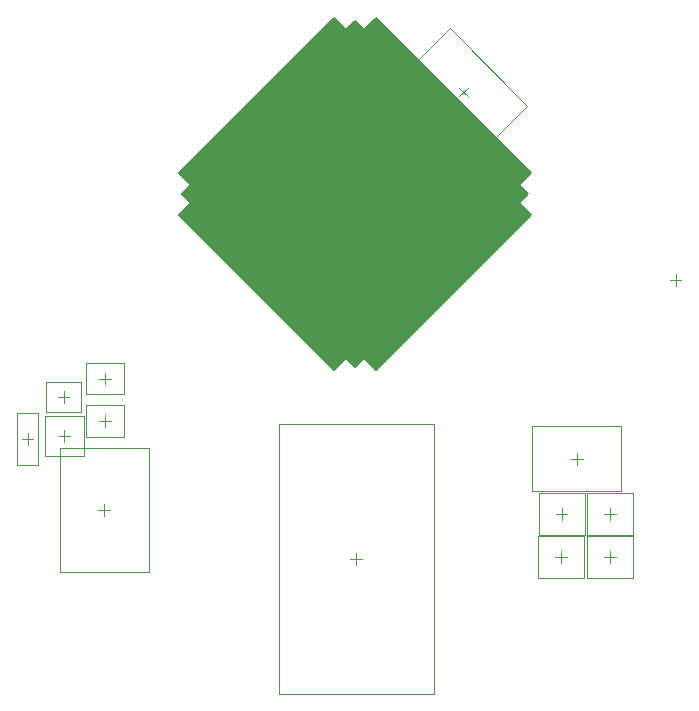
<source format=gbr>
%FSDAX24Y24*%
%MOIN*%
%SFA1B1*%

%IPPOS*%
%ADD27C,0.010000*%
%ADD29C,0.020000*%
%ADD45C,0.040000*%
%ADD60C,0.006000*%
%ADD63C,0.003900*%
%ADD68C,0.002000*%
%ADD70C,0.005000*%
%ADD71C,0.080000*%
%ADD72C,0.160000*%
%ADD73C,0.320000*%
%LNde-020717_mechanical_15-1*%
%LPD*%
G54D60*
X018477Y017068D02*
X018782Y017373D01*
X018477Y017068D02*
X018882Y016663D01*
X013727Y011509D02*
X018882Y016663D01*
X013322Y011913D02*
X013727Y011509D01*
X013017Y011608D02*
X013322Y011913D01*
X012712D02*
X013017Y011608D01*
X012307Y011509D02*
X012712Y011913D01*
X007153Y016663D02*
X012307Y011509D01*
X007153Y016663D02*
X007558Y017068D01*
X007252Y017373D02*
X007558Y017068D01*
X007252Y017373D02*
X007558Y017678D01*
X007153Y018083D02*
X007558Y017678D01*
X007153Y018083D02*
X012307Y023238D01*
X012712Y022833*
X013017Y023138*
X013322Y022833*
X013727Y023238*
X018882Y018083*
X018477Y017678D02*
X018882Y018083D01*
X018477Y017678D02*
X018782Y017373D01*
G54D63*
X016489Y020908D02*
X016767Y020629D01*
X016489D02*
X016767Y020908D01*
X013345Y017300D02*
X013738D01*
X013541Y017103D02*
Y017497D01*
X012459Y015824D02*
Y018776D01*
X014624Y015824D02*
Y018776D01*
X012459Y015824D02*
X014624D01*
X012459Y018776D02*
X014624D01*
X020405Y008353D02*
Y008747D01*
X020208Y008550D02*
X020602D01*
X018929Y009633D02*
X021881D01*
X018929Y007467D02*
X021881D01*
X018929D02*
Y009633D01*
X021881D02*
Y007467D01*
X005330Y009279D02*
Y010342D01*
X004050Y009279D02*
Y010342D01*
Y009279D02*
X005330D01*
X004050Y010342D02*
X005330D01*
X004493Y009810D02*
X004887D01*
X004690Y009613D02*
Y010007D01*
X004655Y006653D02*
Y007047D01*
X004458Y006850D02*
X004852D01*
X003179Y004783D02*
X006132D01*
X003179Y008917D02*
X006132D01*
Y004783D02*
Y008917D01*
X003179Y004783D02*
Y008917D01*
X005330Y011752D02*
Y010689D01*
X004050D02*
Y011752D01*
Y010689D02*
X005330D01*
X004050Y011752D02*
X005330D01*
X004493Y011220D02*
X004887D01*
X004690Y011023D02*
Y011417D01*
X013060Y005003D02*
Y005397D01*
X012863Y005200D02*
X013257D01*
X023503Y014500D02*
X023897D01*
X023700Y014697D02*
Y014303D01*
X003330Y009103D02*
Y009497D01*
X003133Y009300D02*
X003527D01*
X021513Y006503D02*
Y006897D01*
X021317Y006700D02*
X021710D01*
X020746Y006011D02*
X022281D01*
X020746Y007389D02*
X022281D01*
X020746Y006011D02*
Y007389D01*
X022281Y006011D02*
Y007389D01*
X021513Y005077D02*
Y005471D01*
X021317Y005274D02*
X021710D01*
X020746Y004585D02*
X022281D01*
X020746Y005963D02*
X022281D01*
X020746Y004585D02*
Y005963D01*
X022281D02*
Y004585D01*
X019887Y005077D02*
Y005471D01*
X019690Y005274D02*
X020083D01*
X019119Y004585D02*
X020654D01*
X019119Y005963D02*
X020654D01*
X019119Y004585D02*
Y005963D01*
X020654Y004585D02*
Y005963D01*
X019900Y006503D02*
Y006897D01*
X019703Y006700D02*
X020097D01*
X019132Y006011D02*
X020668D01*
X019132Y007389D02*
X020668D01*
X019132Y006011D02*
Y007389D01*
X020668Y006011D02*
Y007389D01*
X002100Y009397D02*
Y009003D01*
X001903Y009200D02*
X002297D01*
X003891Y011092D02*
Y010108D01*
X002709Y011092D02*
Y010108D01*
Y011092D02*
X003891D01*
X002709Y010108D02*
X003891D01*
X003103Y010600D02*
X003497D01*
X003300Y010403D02*
Y010797D01*
G54D68*
X017087Y018639D02*
X018758Y020309D01*
X014498Y021228D02*
X016169Y022898D01*
X014498Y021228D02*
X017087Y018639D01*
X016169Y022898D02*
X018758Y020309D01*
X010481Y000712D02*
X015639D01*
X010481Y009688D02*
X015639D01*
X010481Y000712D02*
Y009688D01*
X015639Y000712D02*
Y009688D01*
X002680Y008631D02*
X003980D01*
X002680Y009969D02*
X003980D01*
X002680D02*
Y008631D01*
X003980D02*
Y009969D01*
X002454Y008338D02*
Y010062D01*
X001746D02*
X002454D01*
X001746Y008338D02*
X002454D01*
X001746D02*
Y010062D01*
G54D70*
X012712Y022797D02*
X013017Y023102D01*
X013322Y022797*
X013727Y023202*
X018846Y018083*
X018441Y017678*
X018746Y017373*
X018441Y017068*
X018846Y016663*
X013726Y011544*
X013321Y011948*
X013017Y011643*
X012712Y011948*
X012307Y011544*
X007188Y016663*
X007593Y017068*
X007287Y017373*
X007593Y017677*
X007188Y018083*
X012307Y023202*
X012712Y022797*
G54D27*
X012712Y022726D02*
X013017Y023031D01*
X013322Y022726*
X013727Y023131*
X018775Y018083*
X018370Y017678*
X018675Y017373*
X018370Y017068*
X018775Y016663*
X013726Y011614*
X013321Y012018*
X013016Y011714*
X012712Y012018*
X012307Y011614*
X007259Y016662*
X007664Y017068*
X007358Y017372*
X007664Y017677*
X007259Y018083*
X012307Y023131*
X012712Y022726*
G54D29*
X012712Y022585D02*
X013017Y022890D01*
X013321Y022585*
X013726Y022990*
X018634Y018083*
X018229Y017677*
X018534Y017373*
X018229Y017067*
X018634Y016663*
X013726Y011756*
X013321Y012160*
X013016Y011855*
X012712Y012160*
X012307Y011756*
X007400Y016662*
X007805Y017068*
X007499Y017372*
X007805Y017677*
X007400Y018083*
X012307Y022990*
X012712Y022585*
G54D45*
X012712Y022302D02*
X013016Y022607D01*
X013321Y022302*
X013726Y022707*
X018351Y018082*
X017946Y017677*
X018251Y017372*
X017946Y017067*
X018351Y016663*
X013726Y012038*
X013321Y012442*
X013016Y012138*
X012712Y012442*
X012307Y012038*
X007683Y016662*
X008088Y017068*
X007783Y017372*
X008088Y017677*
X007683Y018083*
X012307Y022707*
X012712Y022302*
G54D71*
X012712Y021736D02*
X013016Y022041D01*
X013321Y021736*
X013726Y022141*
X017785Y018082*
X017380Y017677*
X017685Y017372*
X017380Y017067*
X017785Y016663*
X013726Y012604*
X013321Y013008*
X013016Y012703*
X012712Y013008*
X012307Y012604*
X008249Y016662*
X008654Y017068*
X008349Y017372*
X008654Y017677*
X008248Y018083*
X012307Y022141*
X012712Y021736*
G54D72*
X012712Y020605D02*
X013016Y020910D01*
X013321Y020605*
X013726Y021010*
X016654Y018082*
X016249Y017677*
X016554Y017372*
X016249Y017067*
X016654Y016663*
X013725Y013734*
X013320Y014138*
X013016Y013835*
X012713Y014138*
X012308Y013734*
X009380Y016662*
X009787Y017069*
X009482Y017372*
X009787Y017676*
X009380Y018083*
X012307Y021010*
X012712Y020605*
G54D73*
X012712Y018342D02*
X013016Y018647D01*
X013321Y018342*
X013726Y018747*
X014391Y018082*
X013986Y017677*
X014291Y017372*
X013986Y017067*
X014391Y016663*
X013724Y015996*
X013319Y016400*
X013016Y016098*
X012714Y016400*
X012309Y015996*
X011643Y016662*
X012051Y017071*
X011749Y017372*
X012051Y017674*
X011642Y018083*
X012307Y018747*
X012712Y018342*
M02*
</source>
